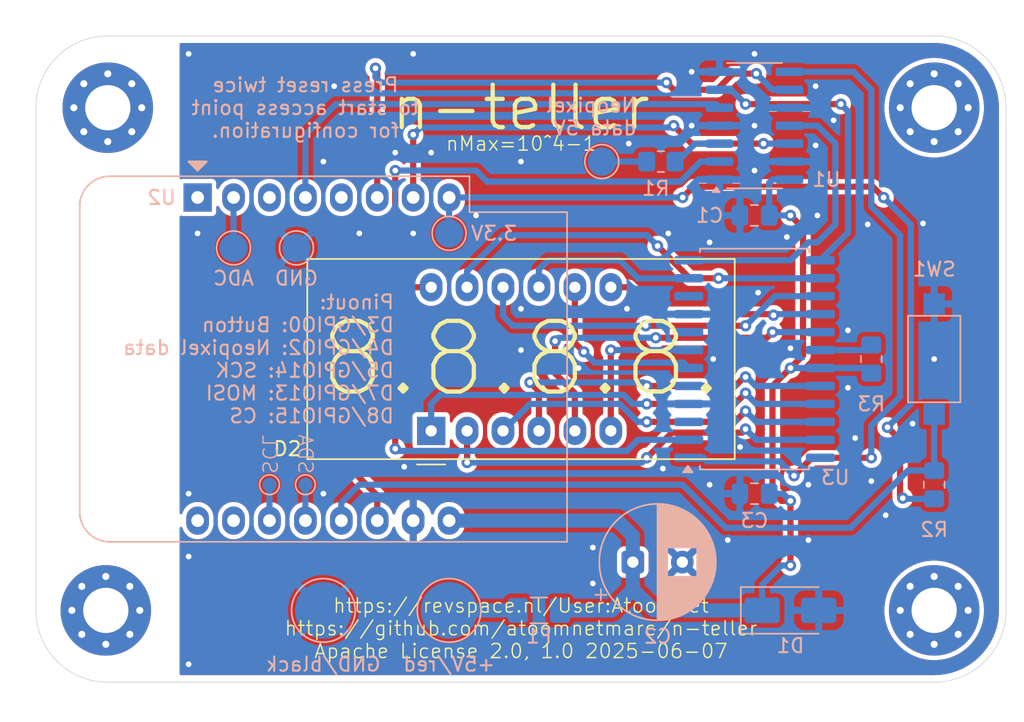
<source format=kicad_pcb>
(kicad_pcb (version 20241229) (generator "pcbnew") (generator_version "9.0")
  (title_block (title "n-teller") (date "2025-06-07") (rev "1.0") (company "https://github.com/atoomnetmarc/n-teller") (comment 1 "Apache License 2.0"))
  (layers (0 "F.Cu" signal) (2 "B.Cu" signal) (13 "F.Paste" user) (15 "B.Paste" user) (5 "F.SilkS" user "F.Silkscreen") (7 "B.SilkS" user "B.Silkscreen") (1 "F.Mask" user) (3 "B.Mask" user) (25 "Edge.Cuts" user))
  (net 0 "")
  (net 1 "GND")
  (net 2 "+5V")
  (net 3 "Net-(F1-Pad1)")
  (net 4 "+3.3V")
  (net 5 "DOUT_3V")
  (net 6 "/DOUT_5V")
  (net 7 "CS_3V")
  (net 8 "SCK_3V")
  (net 9 "MOSI_3V")
  (net 10 "CS_5V")
  (net 11 "SCK_5V")
  (net 12 "MOSI_5V")
  (net 13 "Net-(U3-ISET)")
  (net 55 "Net-(R1-Pad1)")
  (net 56 "Net-(U2-D3)")
  (net 62 "Net-(D2-f)")
  (net 63 "Net-(D2-CC4)")
  (net 64 "Net-(D2-b)")
  (net 65 "Net-(D2-e)")
  (net 66 "Net-(D2-CC3)")
  (net 67 "Net-(D2-CC1)")
  (net 68 "Net-(D2-c)")
  (net 69 "Net-(D2-CC2)")
  (net 70 "Net-(D2-DPX)")
  (net 71 "Net-(D2-d)")
  (net 72 "Net-(D2-g)")
  (net 73 "Net-(D2-a)")
  (net 74 "/ADC")
  (net 75 "/SCL")
  (net 76 "/SDA")
  (footprint "Display_7Segment-extra:3461" (layer "F.Cu") (at 83.82 53.34 90)
    (property "Reference" "D2" (at -1.27 -10.16 180) (layer "F.SilkS"))
    (property "Value" "3461AB 0.36\" 4-digit 7-segment display common cathode")
    (fp_text user "8.8.8.8." (at 5.08 6.35 0) (layer "F.SilkS") (effects (font (size 5 5) (thickness 0.3))))
    (pad "1" thru_hole rect (at 0 0 90) (size 2 2) (drill 0.8) (layers "*.Cu" "*.Mask") (net 65 "Net-(D2-e)"))
    (pad "2" thru_hole oval (at 0 2.54 90) (size 2 1.6) (drill 0.8) (layers "*.Cu" "*.Mask") (net 71 "Net-(D2-d)"))
    (pad "3" thru_hole oval (at 0 5.08 90) (size 2 1.6) (drill 0.8) (layers "*.Cu" "*.Mask") (net 70 "Net-(D2-DPX)"))
    (pad "4" thru_hole oval (at 0 7.62 90) (size 2 1.6) (drill 0.8) (layers "*.Cu" "*.Mask") (net 68 "Net-(D2-c)"))
    (pad "5" thru_hole oval (at 0 10.16 90) (size 2 1.6) (drill 0.8) (layers "*.Cu" "*.Mask") (net 72 "Net-(D2-g)"))
    (pad "6" thru_hole oval (at 0 12.7 90) (size 2 1.6) (drill 0.8) (layers "*.Cu" "*.Mask") (net 63 "Net-(D2-CC4)"))
    (pad "7" thru_hole oval (at 10.16 12.7 90) (size 2 1.6) (drill 0.8) (layers "*.Cu" "*.Mask") (net 64 "Net-(D2-b)"))
    (pad "8" thru_hole oval (at 10.16 10.16 90) (size 2 1.6) (drill 0.8) (layers "*.Cu" "*.Mask") (net 66 "Net-(D2-CC3)"))
    (pad "9" thru_hole oval (at 10.16 7.62 90) (size 2 1.6) (drill 0.8) (layers "*.Cu" "*.Mask") (net 69 "Net-(D2-CC2)"))
    (pad "10" thru_hole oval (at 10.16 5.08 90) (size 2 1.6) (drill 0.8) (layers "*.Cu" "*.Mask") (net 62 "Net-(D2-f)"))
    (pad "11" thru_hole oval (at 10.16 2.54 90) (size 2 1.6) (drill 0.8) (layers "*.Cu" "*.Mask") (net 73 "Net-(D2-a)"))
    (pad "12" thru_hole oval (at 10.16 0 90) (size 2 1.6) (drill 0.8) (layers "*.Cu" "*.Mask") (net 67 "Net-(D2-CC1)"))
  )
  (footprint "MountingHole:MountingHole_3.2mm_M3_Pad_Via" (layer "F.Cu") (at 60.96 30.48)
    (property "Reference" "H1" (hide yes))
    (property "Value" "MountingHole")
    (pad "1" thru_hole circle (at -2.4 0) (size 0.8 0.8) (drill 0.5) (layers "*.Cu" "*.Mask"))
    (pad "1" thru_hole circle (at -1.697056 -1.697056) (size 0.8 0.8) (drill 0.5) (layers "*.Cu" "*.Mask"))
    (pad "1" thru_hole circle (at -1.697056 1.697056) (size 0.8 0.8) (drill 0.5) (layers "*.Cu" "*.Mask"))
    (pad "1" thru_hole circle (at 0 -2.4) (size 0.8 0.8) (drill 0.5) (layers "*.Cu" "*.Mask"))
    (pad "1" thru_hole circle (at 0 0) (size 6.4 6.4) (drill 3.2) (layers "*.Cu" "*.Mask"))
    (pad "1" thru_hole circle (at 0 2.4) (size 0.8 0.8) (drill 0.5) (layers "*.Cu" "*.Mask"))
    (pad "1" thru_hole circle (at 1.697056 -1.697056) (size 0.8 0.8) (drill 0.5) (layers "*.Cu" "*.Mask"))
    (pad "1" thru_hole circle (at 1.697056 1.697056) (size 0.8 0.8) (drill 0.5) (layers "*.Cu" "*.Mask"))
    (pad "1" thru_hole circle (at 2.4 0) (size 0.8 0.8) (drill 0.5) (layers "*.Cu" "*.Mask"))
  )
  (footprint "MountingHole:MountingHole_3.2mm_M3_Pad_Via" (layer "F.Cu") (at 60.82 66.04)
    (property "Reference" "H2" (hide yes))
    (property "Value" "MountingHole")
    (pad "1" thru_hole circle (at -2.4 0) (size 0.8 0.8) (drill 0.5) (layers "*.Cu" "*.Mask"))
    (pad "1" thru_hole circle (at -1.697056 -1.697056) (size 0.8 0.8) (drill 0.5) (layers "*.Cu" "*.Mask"))
    (pad "1" thru_hole circle (at -1.697056 1.697056) (size 0.8 0.8) (drill 0.5) (layers "*.Cu" "*.Mask"))
    (pad "1" thru_hole circle (at 0 -2.4) (size 0.8 0.8) (drill 0.5) (layers "*.Cu" "*.Mask"))
    (pad "1" thru_hole circle (at 0 0) (size 6.4 6.4) (drill 3.2) (layers "*.Cu" "*.Mask"))
    (pad "1" thru_hole circle (at 0 2.4) (size 0.8 0.8) (drill 0.5) (layers "*.Cu" "*.Mask"))
    (pad "1" thru_hole circle (at 1.697056 -1.697056) (size 0.8 0.8) (drill 0.5) (layers "*.Cu" "*.Mask"))
    (pad "1" thru_hole circle (at 1.697056 1.697056) (size 0.8 0.8) (drill 0.5) (layers "*.Cu" "*.Mask"))
    (pad "1" thru_hole circle (at 2.4 0) (size 0.8 0.8) (drill 0.5) (layers "*.Cu" "*.Mask"))
  )
  (footprint "MountingHole:MountingHole_3.2mm_M3_Pad_Via" (layer "F.Cu") (at 119.38 30.48)
    (property "Reference" "H3" (hide yes))
    (property "Value" "MountingHole")
    (pad "1" thru_hole circle (at -2.4 0) (size 0.8 0.8) (drill 0.5) (layers "*.Cu" "*.Mask"))
    (pad "1" thru_hole circle (at -1.697056 -1.697056) (size 0.8 0.8) (drill 0.5) (layers "*.Cu" "*.Mask"))
    (pad "1" thru_hole circle (at -1.697056 1.697056) (size 0.8 0.8) (drill 0.5) (layers "*.Cu" "*.Mask"))
    (pad "1" thru_hole circle (at 0 -2.4) (size 0.8 0.8) (drill 0.5) (layers "*.Cu" "*.Mask"))
    (pad "1" thru_hole circle (at 0 0) (size 6.4 6.4) (drill 3.2) (layers "*.Cu" "*.Mask"))
    (pad "1" thru_hole circle (at 0 2.4) (size 0.8 0.8) (drill 0.5) (layers "*.Cu" "*.Mask"))
    (pad "1" thru_hole circle (at 1.697056 -1.697056) (size 0.8 0.8) (drill 0.5) (layers "*.Cu" "*.Mask"))
    (pad "1" thru_hole circle (at 1.697056 1.697056) (size 0.8 0.8) (drill 0.5) (layers "*.Cu" "*.Mask"))
    (pad "1" thru_hole circle (at 2.4 0) (size 0.8 0.8) (drill 0.5) (layers "*.Cu" "*.Mask"))
  )
  (footprint "MountingHole:MountingHole_3.2mm_M3_Pad_Via" (layer "F.Cu") (at 119.38 66.04)
    (property "Reference" "H4" (hide yes))
    (property "Value" "MountingHole")
    (pad "1" thru_hole circle (at -2.4 0) (size 0.8 0.8) (drill 0.5) (layers "*.Cu" "*.Mask"))
    (pad "1" thru_hole circle (at -1.697056 -1.697056) (size 0.8 0.8) (drill 0.5) (layers "*.Cu" "*.Mask"))
    (pad "1" thru_hole circle (at -1.697056 1.697056) (size 0.8 0.8) (drill 0.5) (layers "*.Cu" "*.Mask"))
    (pad "1" thru_hole circle (at 0 -2.4) (size 0.8 0.8) (drill 0.5) (layers "*.Cu" "*.Mask"))
    (pad "1" thru_hole circle (at 0 0) (size 6.4 6.4) (drill 3.2) (layers "*.Cu" "*.Mask"))
    (pad "1" thru_hole circle (at 0 2.4) (size 0.8 0.8) (drill 0.5) (layers "*.Cu" "*.Mask"))
    (pad "1" thru_hole circle (at 1.697056 -1.697056) (size 0.8 0.8) (drill 0.5) (layers "*.Cu" "*.Mask"))
    (pad "1" thru_hole circle (at 1.697056 1.697056) (size 0.8 0.8) (drill 0.5) (layers "*.Cu" "*.Mask"))
    (pad "1" thru_hole circle (at 2.4 0) (size 0.8 0.8) (drill 0.5) (layers "*.Cu" "*.Mask"))
  )
  (footprint "Capacitor_THT:CP_Radial_D8.0mm_P3.50mm" (layer "B.Cu") (at 98.075544 62.625)
    (property "Reference" "C2" (at 1.75 5.25 180) (layer "B.SilkS") (effects (justify mirror)))
    (property "Value" "16V 470uF")
    (pad "1" thru_hole roundrect (at 0 0) (size 1.6 1.6) (drill 0.8) (layers "*.Cu" "*.Mask") (roundrect_rratio 0.15625) (net 2 "+5V"))
    (pad "2" thru_hole circle (at 3.5 0) (size 1.6 1.6) (drill 0.8) (layers "*.Cu" "*.Mask") (net 1 "GND"))
  )
  (footprint "Resistor_SMD:R_0805_2012Metric_Pad1.20x1.40mm_HandSolder" (layer "B.Cu") (at 100.06 34.29 180)
    (property "Reference" "R1" (at 0.365 -1.905 0) (layer "B.SilkS") (effects (justify mirror)))
    (property "Value" "100R")
    (pad "1" smd roundrect (at -1 0 180) (size 1.2 1.4) (layers "B.Cu" "B.Mask" "B.Paste") (roundrect_rratio 0.208333) (net 55 "Net-(R1-Pad1)"))
    (pad "2" smd roundrect (at 1 0 180) (size 1.2 1.4) (layers "B.Cu" "B.Mask" "B.Paste") (roundrect_rratio 0.208333) (net 6 "/DOUT_5V"))
  )
  (footprint "TestPoint:TestPoint_Pad_D2.0mm" (layer "B.Cu") (at 69.85 40.4)
    (property "Reference" "TP4" (hide yes))
    (property "Value" "TestPoint")
    (pad "1" smd circle (at 0 0) (size 2 2) (layers "B.Cu" "B.Mask") (net 74 "/ADC"))
  )
  (footprint "TestPoint:TestPoint_Pad_D2.0mm" (layer "B.Cu") (at 95.885 34.29)
    (property "Reference" "TP3" (hide yes))
    (property "Value" "TestPoint")
    (pad "1" smd circle (at 0 0) (size 2 2) (layers "B.Cu" "B.Mask") (net 6 "/DOUT_5V"))
  )
  (footprint "TestPoint:TestPoint_Pad_D2.0mm" (layer "B.Cu") (at 85.09 39.37)
    (property "Reference" "TP5" (hide yes))
    (property "Value" "TestPoint")
    (pad "1" smd circle (at 0 0) (size 2 2) (layers "B.Cu" "B.Mask") (net 4 "+3.3V"))
  )
  (footprint "Diode_SMD:D_SMA" (layer "B.Cu") (at 109.22 66.04)
    (property "Reference" "D1" (at 0 2.5 0) (layer "B.SilkS") (effects (justify mirror)))
    (property "Value" "SS34")
    (pad "1" smd roundrect (at -2 0) (size 2.5 1.8) (layers "B.Cu" "B.Mask" "B.Paste") (roundrect_rratio 0.1388888889) (net 2 "+5V"))
    (pad "2" smd roundrect (at 2 0) (size 2.5 1.8) (layers "B.Cu" "B.Mask" "B.Paste") (roundrect_rratio 0.1388888889) (net 1 "GND"))
  )
  (footprint "Resistor_SMD:R_0805_2012Metric_Pad1.20x1.40mm_HandSolder" (layer "B.Cu") (at 114.935 48.26 90)
    (property "Reference" "R3" (at -3.175 0 180) (layer "B.SilkS") (effects (justify mirror)))
    (property "Value" "33K")
    (pad "1" smd roundrect (at -1 0 90) (size 1.2 1.4) (layers "B.Cu" "B.Mask" "B.Paste") (roundrect_rratio 0.208333) (net 2 "+5V"))
    (pad "2" smd roundrect (at 1 0 90) (size 1.2 1.4) (layers "B.Cu" "B.Mask" "B.Paste") (roundrect_rratio 0.208333) (net 13 "Net-(U3-ISET)"))
  )
  (footprint "Resistor_SMD:R_0805_2012Metric_Pad1.20x1.40mm_HandSolder" (layer "B.Cu") (at 119.38 57.15 -90)
    (property "Reference" "R2" (at 3.175 0 180) (layer "B.SilkS") (effects (justify mirror)))
    (property "Value" "10K")
    (pad "1" smd roundrect (at -1 0 270) (size 1.2 1.4) (layers "B.Cu" "B.Mask" "B.Paste") (roundrect_rratio 0.208333) (net 56 "Net-(U2-D3)"))
    (pad "2" smd roundrect (at 1 0 270) (size 1.2 1.4) (layers "B.Cu" "B.Mask" "B.Paste") (roundrect_rratio 0.208333) (net 4 "+3.3V"))
  )
  (footprint "TestPoint:TestPoint_Pad_D2.0mm" (layer "B.Cu") (at 74.295 40.4)
    (property "Reference" "TP6" (hide yes))
    (property "Value" "TestPoint")
    (pad "1" smd circle (at 0 0) (size 2 2) (layers "B.Cu" "B.Mask") (net 1 "GND"))
  )
  (footprint "RF_Module-fixed:WEMOS_D1_mini" (layer "B.Cu") (at 67.31 36.83 -90)
    (property "Reference" "U2" (at 0 2.54 180) (layer "B.SilkS") (effects (justify mirror)))
    (property "Value" "Wemos D1 mini usb-c with 2x 1x08 pin headers and sockets")
    (pad "1" thru_hole rect (at 0 0 270) (size 2 2) (drill 0.9) (layers "*.Cu" "*.Mask"))
    (pad "2" thru_hole oval (at 0 -2.54 270) (size 2 1.6) (drill 0.9) (layers "*.Cu" "*.Mask") (net 74 "/ADC"))
    (pad "3" thru_hole oval (at 0 -5.08 270) (size 2 1.6) (drill 0.9) (layers "*.Cu" "*.Mask"))
    (pad "4" thru_hole oval (at 0 -7.62 270) (size 2 1.6) (drill 0.9) (layers "*.Cu" "*.Mask") (net 8 "SCK_3V"))
    (pad "5" thru_hole oval (at 0 -10.16 270) (size 2 1.6) (drill 0.9) (layers "*.Cu" "*.Mask"))
    (pad "6" thru_hole oval (at 0 -12.7 270) (size 2 1.6) (drill 0.9) (layers "*.Cu" "*.Mask") (net 9 "MOSI_3V"))
    (pad "7" thru_hole oval (at 0 -15.24 270) (size 2 1.6) (drill 0.9) (layers "*.Cu" "*.Mask") (net 7 "CS_3V"))
    (pad "8" thru_hole oval (at 0 -17.78 270) (size 2 1.6) (drill 0.9) (layers "*.Cu" "*.Mask") (net 4 "+3.3V"))
    (pad "9" thru_hole oval (at 22.86 -17.78 270) (size 2 1.6) (drill 0.9) (layers "*.Cu" "*.Mask") (net 2 "+5V"))
    (pad "10" thru_hole oval (at 22.86 -15.24 270) (size 2 1.6) (drill 0.9) (layers "*.Cu" "*.Mask") (net 1 "GND"))
    (pad "11" thru_hole oval (at 22.86 -12.7 270) (size 2 1.6) (drill 0.9) (layers "*.Cu" "*.Mask") (net 5 "DOUT_3V"))
    (pad "12" thru_hole oval (at 22.86 -10.16 270) (size 2 1.6) (drill 0.9) (layers "*.Cu" "*.Mask") (net 56 "Net-(U2-D3)"))
    (pad "13" thru_hole oval (at 22.86 -7.62 270) (size 2 1.6) (drill 0.9) (layers "*.Cu" "*.Mask") (net 76 "/SDA"))
    (pad "14" thru_hole oval (at 22.86 -5.08 270) (size 2 1.6) (drill 0.9) (layers "*.Cu" "*.Mask") (net 75 "/SCL"))
    (pad "15" thru_hole oval (at 22.86 -2.54 270) (size 2 1.6) (drill 0.9) (layers "*.Cu" "*.Mask"))
    (pad "16" thru_hole oval (at 22.86 0 270) (size 2 1.6) (drill 0.9) (layers "*.Cu" "*.Mask"))
    (zone (net 0) (net_name "") (layers "F.Cu" "B.Cu" "Dwgs.User") (name "No Copper") (connect_pads (clearance 0)) (min_thickness 0.25)
      (keepout (tracks not_allowed) (vias not_allowed) (pads not_allowed) (copperpour not_allowed) (footprints not_allowed))
      (fill (thermal_gap 0.5) (thermal_bridge_width 0.5))
      (polygon (pts (xy 59.11 35.48) (xy 59.11 61.08) (xy 65.91 61.08) (xy 65.91 35.48)))
    )
  )
  (footprint "Capacitor_SMD:C_0805_2012Metric_Pad1.18x1.45mm_HandSolder" (layer "B.Cu") (at 106.68 57.785 180)
    (property "Reference" "C3" (at 0 -1.905 0) (layer "B.SilkS") (effects (justify mirror)))
    (property "Value" "100n")
    (pad "1" smd roundrect (at -1.0375 0 180) (size 1.175 1.45) (layers "B.Cu" "B.Mask" "B.Paste") (roundrect_rratio 0.212766) (net 2 "+5V"))
    (pad "2" smd roundrect (at 1.0375 0 180) (size 1.175 1.45) (layers "B.Cu" "B.Mask" "B.Paste") (roundrect_rratio 0.212766) (net 1 "GND"))
  )
  (footprint "TestPoint:TestPoint_Pad_D4.0mm" (layer "B.Cu") (at 85.09 66.04)
    (property "Reference" "TP1" (hide yes))
    (property "Value" "TestPoint")
    (pad "1" smd circle (at 0 0) (size 4 4) (layers "B.Cu" "B.Mask") (net 3 "Net-(F1-Pad1)"))
  )
  (footprint "Capacitor_SMD:C_0805_2012Metric_Pad1.18x1.45mm_HandSolder" (layer "B.Cu") (at 106.68 38.1 180)
    (property "Reference" "C1" (at 3.175 0 0) (layer "B.SilkS") (effects (justify mirror)))
    (property "Value" "100n")
    (pad "1" smd roundrect (at -1.0375 0 180) (size 1.175 1.45) (layers "B.Cu" "B.Mask" "B.Paste") (roundrect_rratio 0.212766) (net 2 "+5V"))
    (pad "2" smd roundrect (at 1.0375 0 180) (size 1.175 1.45) (layers "B.Cu" "B.Mask" "B.Paste") (roundrect_rratio 0.212766) (net 1 "GND"))
  )
  (footprint "TestPoint:TestPoint_Pad_D1.0mm" (layer "B.Cu") (at 72.39 57.15)
    (property "Reference" "TP7" (hide yes))
    (property "Value" "TestPoint")
    (pad "1" smd circle (at 0 0) (size 1 1) (layers "B.Cu" "B.Mask") (net 75 "/SCL"))
  )
  (footprint "Package_SO:SOIC-24W_7.5x15.4mm_P1.27mm" (layer "B.Cu") (at 106.68 48.26)
    (property "Reference" "U3" (at 5.715 8.382 0) (layer "B.SilkS") (effects (justify mirror)))
    (property "Value" "MAX7219CWG or MAX7219EWG")
    (pad "1" smd roundrect (at -4.65 6.985) (size 2.05 0.6) (layers "B.Cu" "B.Mask" "B.Paste") (net 12 "MOSI_5V"))
    (pad "2" smd roundrect (at -4.65 5.715) (size 2.05 0.6) (layers "B.Cu" "B.Mask" "B.Paste") (net 67 "Net-(D2-CC1)"))
    (pad "3" smd roundrect (at -4.65 4.445) (size 2.05 0.6) (layers "B.Cu" "B.Mask" "B.Paste"))
    (pad "4" smd roundrect (at -4.65 3.175) (size 2.05 0.6) (layers "B.Cu" "B.Mask" "B.Paste") (net 1 "GND"))
    (pad "5" smd roundrect (at -4.65 1.905) (size 2.05 0.6) (layers "B.Cu" "B.Mask" "B.Paste"))
    (pad "6" smd roundrect (at -4.65 0.635) (size 2.05 0.6) (layers "B.Cu" "B.Mask" "B.Paste") (net 66 "Net-(D2-CC3)"))
    (pad "7" smd roundrect (at -4.65 -0.635) (size 2.05 0.6) (layers "B.Cu" "B.Mask" "B.Paste") (net 63 "Net-(D2-CC4)"))
    (pad "8" smd roundrect (at -4.65 -1.905) (size 2.05 0.6) (layers "B.Cu" "B.Mask" "B.Paste"))
    (pad "9" smd roundrect (at -4.65 -3.175) (size 2.05 0.6) (layers "B.Cu" "B.Mask" "B.Paste") (net 1 "GND"))
    (pad "10" smd roundrect (at -4.65 -4.445) (size 2.05 0.6) (layers "B.Cu" "B.Mask" "B.Paste"))
    (pad "11" smd roundrect (at -4.65 -5.715) (size 2.05 0.6) (layers "B.Cu" "B.Mask" "B.Paste") (net 69 "Net-(D2-CC2)"))
    (pad "12" smd roundrect (at -4.65 -6.985) (size 2.05 0.6) (layers "B.Cu" "B.Mask" "B.Paste") (net 10 "CS_5V"))
    (pad "13" smd roundrect (at 4.65 -6.985) (size 2.05 0.6) (layers "B.Cu" "B.Mask" "B.Paste") (net 11 "SCK_5V"))
    (pad "14" smd roundrect (at 4.65 -5.715) (size 2.05 0.6) (layers "B.Cu" "B.Mask" "B.Paste") (net 73 "Net-(D2-a)"))
    (pad "15" smd roundrect (at 4.65 -4.445) (size 2.05 0.6) (layers "B.Cu" "B.Mask" "B.Paste") (net 62 "Net-(D2-f)"))
    (pad "16" smd roundrect (at 4.65 -3.175) (size 2.05 0.6) (layers "B.Cu" "B.Mask" "B.Paste") (net 64 "Net-(D2-b)"))
    (pad "17" smd roundrect (at 4.65 -1.905) (size 2.05 0.6) (layers "B.Cu" "B.Mask" "B.Paste") (net 72 "Net-(D2-g)"))
    (pad "18" smd roundrect (at 4.65 -0.635) (size 2.05 0.6) (layers "B.Cu" "B.Mask" "B.Paste") (net 13 "Net-(U3-ISET)"))
    (pad "19" smd roundrect (at 4.65 0.635) (size 2.05 0.6) (layers "B.Cu" "B.Mask" "B.Paste") (net 2 "+5V"))
    (pad "20" smd roundrect (at 4.65 1.905) (size 2.05 0.6) (layers "B.Cu" "B.Mask" "B.Paste") (net 68 "Net-(D2-c)"))
    (pad "21" smd roundrect (at 4.65 3.175) (size 2.05 0.6) (layers "B.Cu" "B.Mask" "B.Paste") (net 65 "Net-(D2-e)"))
    (pad "22" smd roundrect (at 4.65 4.445) (size 2.05 0.6) (layers "B.Cu" "B.Mask" "B.Paste") (net 70 "Net-(D2-DPX)"))
    (pad "23" smd roundrect (at 4.65 5.715) (size 2.05 0.6) (layers "B.Cu" "B.Mask" "B.Paste") (net 71 "Net-(D2-d)"))
    (pad "24" smd roundrect (at 4.65 6.985) (size 2.05 0.6) (layers "B.Cu" "B.Mask" "B.Paste"))
  )
  (footprint "TestPoint:TestPoint_Pad_D4.0mm" (layer "B.Cu") (at 76.2 66.04)
    (property "Reference" "TP2" (hide yes))
    (property "Value" "TestPoint")
    (pad "1" smd circle (at 0 0) (size 4 4) (layers "B.Cu" "B.Mask") (net 1 "GND"))
  )
  (footprint "TestPoint:TestPoint_Pad_D1.0mm" (layer "B.Cu") (at 74.93 57.15 90)
    (property "Reference" "TP8" (hide yes))
    (property "Value" "TestPoint")
    (pad "1" smd circle (at 0 0 90) (size 1 1) (layers "B.Cu" "B.Mask") (net 76 "/SDA"))
  )
  (footprint "Button_Switch_SMD:SW_SPST_CK_RS282G05A3" (layer "B.Cu") (at 119.38 48.26 -90)
    (property "Reference" "SW1" (at -6.35 0 180) (layer "B.SilkS") (effects (justify mirror)))
    (property "Value" "SW_Push")
    (pad "1" smd rect (at -3.9 0 270) (size 1.5 1.5) (layers "B.Cu" "B.Mask" "B.Paste") (net 1 "GND"))
    (pad "2" smd rect (at 3.9 0 270) (size 1.5 1.5) (layers "B.Cu" "B.Mask" "B.Paste") (net 56 "Net-(U2-D3)"))
  )
  (footprint "Package_SO:SOIC-14_3.9x8.7mm_P1.27mm" (layer "B.Cu") (at 106.68 31.75)
    (property "Reference" "U1" (at 5.08 3.81 0) (layer "B.SilkS") (effects (justify mirror)))
    (property "Value" "74AHCT125D")
    (pad "1" smd roundrect (at -2.475 3.81) (size 1.95 0.6) (layers "B.Cu" "B.Mask" "B.Paste") (net 1 "GND"))
    (pad "2" smd roundrect (at -2.475 2.54) (size 1.95 0.6) (layers "B.Cu" "B.Mask" "B.Paste") (net 5 "DOUT_3V"))
    (pad "3" smd roundrect (at -2.475 1.27) (size 1.95 0.6) (layers "B.Cu" "B.Mask" "B.Paste") (net 55 "Net-(R1-Pad1)"))
    (pad "4" smd roundrect (at -2.475 0) (size 1.95 0.6) (layers "B.Cu" "B.Mask" "B.Paste") (net 1 "GND"))
    (pad "5" smd roundrect (at -2.475 -1.27) (size 1.95 0.6) (layers "B.Cu" "B.Mask" "B.Paste") (net 8 "SCK_3V"))
    (pad "6" smd roundrect (at -2.475 -2.54) (size 1.95 0.6) (layers "B.Cu" "B.Mask" "B.Paste") (net 11 "SCK_5V"))
    (pad "7" smd roundrect (at -2.475 -3.81) (size 1.95 0.6) (layers "B.Cu" "B.Mask" "B.Paste") (net 1 "GND"))
    (pad "8" smd roundrect (at 2.475 -3.81) (size 1.95 0.6) (layers "B.Cu" "B.Mask" "B.Paste") (net 12 "MOSI_5V"))
    (pad "9" smd roundrect (at 2.475 -2.54) (size 1.95 0.6) (layers "B.Cu" "B.Mask" "B.Paste") (net 9 "MOSI_3V"))
    (pad "10" smd roundrect (at 2.475 -1.27) (size 1.95 0.6) (layers "B.Cu" "B.Mask" "B.Paste") (net 1 "GND"))
    (pad "11" smd roundrect (at 2.475 0) (size 1.95 0.6) (layers "B.Cu" "B.Mask" "B.Paste") (net 10 "CS_5V"))
    (pad "12" smd roundrect (at 2.475 1.27) (size 1.95 0.6) (layers "B.Cu" "B.Mask" "B.Paste") (net 7 "CS_3V"))
    (pad "13" smd roundrect (at 2.475 2.54) (size 1.95 0.6) (layers "B.Cu" "B.Mask" "B.Paste") (net 1 "GND"))
    (pad "14" smd roundrect (at 2.475 3.81) (size 1.95 0.6) (layers "B.Cu" "B.Mask" "B.Paste") (net 2 "+5V"))
  )
  (footprint "Fuse:Fuse_1206_3216Metric_Pad1.42x1.75mm_HandSolder" (layer "B.Cu") (at 91.44 66.04)
    (property "Reference" "F1" (at 0 1.83 180) (layer "B.SilkS") (effects (justify mirror)))
    (property "Value" "0.25A polyfuse")
    (pad "1" smd roundrect (at -1.4875 0) (size 1.425 1.75) (layers "B.Cu" "B.Mask" "B.Paste") (roundrect_rratio 0.175439) (net 3 "Net-(F1-Pad1)"))
    (pad "2" smd roundrect (at 1.4875 0) (size 1.425 1.75) (layers "B.Cu" "B.Mask" "B.Paste") (roundrect_rratio 0.175439) (net 2 "+5V"))
  )
  (gr_arc (start 55.88 30.48) (mid 57.367898 26.887898) (end 60.96 25.4) (stroke (width 0.05)) (layer "Edge.Cuts"))
  (gr_line (start 60.96 25.4) (end 119.38 25.4) (stroke (width 0.05)) (layer "Edge.Cuts"))
  (gr_line (start 124.46 30.48) (end 124.46 66.04) (stroke (width 0.05)) (layer "Edge.Cuts"))
  (gr_line (start 55.88 66.04) (end 55.88 30.48) (stroke (width 0.05)) (layer "Edge.Cuts"))
  (gr_arc (start 124.46 66.04) (mid 122.972102 69.632102) (end 119.38 71.12) (stroke (width 0.05)) (layer "Edge.Cuts"))
  (gr_arc (start 60.96 71.12) (mid 57.367898 69.632102) (end 55.88 66.04) (stroke (width 0.05)) (layer "Edge.Cuts"))
  (gr_line (start 119.38 71.12) (end 60.96 71.12) (stroke (width 0.05)) (layer "Edge.Cuts"))
  (gr_arc (start 119.38 25.4) (mid 122.972102 26.887898) (end 124.46 30.48) (stroke (width 0.05)) (layer "Edge.Cuts"))
  (gr_text "${TITLE}" (at 90.17 30.48 0) (layer "F.SilkS") (effects (font (size 3 3) (thickness 0.3))))
  (gr_text "https://revspace.nl/User:Atoomnet\n${COMPANY}\n${COMMENT1}, ${REVISION} ${ISSUE_DATE}" (at 90.17 67.31 0) (layer "F.SilkS") (effects (font (size 1 1) (thickness 0.1))))
  (gr_text "nMax=10^4-1" (at 90.17 33.02 0) (layer "F.SilkS") (effects (font (size 1 1) (thickness 0.1))))
  (gr_text "SDA" (at 74.93 56.45 270) (layer "B.SilkS") (effects (font (size 1 1) (thickness 0.1)) (justify left mirror)))
  (gr_text "GND/black" (at 76.2 69.85 0) (layer "B.SilkS") (effects (font (size 1 1)) (justify mirror)))
  (gr_text "GND" (at 74.295 42.545 0) (layer "B.SilkS") (effects (font (size 1 1)) (justify mirror)))
  (gr_text "3.3V" (at 88.265 39.37 0) (layer "B.SilkS") (effects (font (size 1 1)) (justify mirror)))
  (gr_text "Neopixel\ndata 5V" (at 98.425 31.115 0) (layer "B.SilkS") (effects (font (size 1 1)) (justify left mirror)))
  (gr_text "+5V/red" (at 85.09 69.85 0) (layer "B.SilkS") (effects (font (size 1 1)) (justify mirror)))
  (gr_text "ADC" (at 69.85 42.545 0) (layer "B.SilkS") (effects (font (size 1 1)) (justify mirror)))
  (gr_text "Pinout:\nD3/GPIO0: Button\nD4/GPIO2: Neopixel data\nD5/GPIO14: SCK\nD7/GPIO13: MOSI\nD8/GPIO15: CS" (at 81.28 48.26 0) (layer "B.SilkS") (effects (font (size 1 1)) (justify left mirror)))
  (gr_text "SCL" (at 72.39 56.45 270) (layer "B.SilkS") (effects (font (size 1 1) (thickness 0.1)) (justify left mirror)))
  (gr_text "Press reset twice\nto start access point\nfor configuration." (at 74.93 30.48 0) (layer "B.SilkS") (effects (font (size 1 1)) (justify mirror)))
  (via (at 105.664 54.483) (size 0.8) (drill 0.4) (layers "F.Cu" "B.Cu") (net 1))
  (via (at 66.675 62.23) (size 0.8) (drill 0.4) (layers "F.Cu" "B.Cu") (net 1))
  (via (at 104.791027 61.068) (size 0.8) (drill 0.4) (layers "F.Cu" "B.Cu") (net 1))
  (via (at 67.31 39.37) (size 0.8) (drill 0.4) (layers "F.Cu" "B.Cu") (net 1))
  (via (at 117.856 52.832) (size 0.8) (drill 0.4) (layers "F.Cu" "B.Cu") (net 1))
  (via (at 66.675 69.85) (size 0.8) (drill 0.4) (layers "F.Cu" "B.Cu") (net 1))
  (via (at 103.505 57.15) (size 0.8) (drill 0.4) (layers "F.Cu" "B.Cu") (net 1))
  (via (at 110.49 57.15) (size 0.8) (drill 0.4) (layers "F.Cu" "B.Cu") (net 1))
  (via (at 81.915 55.88) (size 0.8) (drill 0.4) (layers "F.Cu" "B.Cu") (net 1))
  (via (at 113.284 46.228) (size 0.8) (drill 0.4) (layers "F.Cu" "B.Cu") (net 1))
  (via (at 118.594202 38.66275) (size 0.8) (drill 0.4) (layers "F.Cu" "B.Cu") (net 1))
  (via (at 103.759 48.26) (size 0.8) (drill 0.4) (layers "F.Cu" "B.Cu") (net 1))
  (via (at 110.998 28.956) (size 0.8) (drill 0.4) (layers "F.Cu" "B.Cu") (net 1))
  (via (at 76.2 34.29) (size 0.8) (drill 0.4) (layers "F.Cu" "B.Cu") (net 1))
  (via (at 78.74 39.37) (size 0.8) (drill 0.4) (layers "F.Cu" "B.Cu") (net 1))
  (via (at 106.934 43.561) (size 0.8) (drill 0.4) (layers "F.Cu" "B.Cu") (net 1))
  (via (at 95.25 61.595) (size 0.8) (drill 0.4) (layers "F.Cu" "B.Cu") (net 1))
  (via (at 90.17 47.625) (size 0.8) (drill 0.4) (layers "F.Cu" "B.Cu") (net 1))
  (via (at 102.235 31.75) (size 0.8) (drill 0.4) (layers "F.Cu" "B.Cu") (net 1))
  (via (at 111.123798 38.1) (size 0.8) (drill 0.4) (layers "F.Cu" "B.Cu") (net 1))
  (via (at 114.935 56.896) (size 0.8) (drill 0.4) (layers "F.Cu" "B.Cu") (net 1))
  (via (at 90.17 34.29) (size 0.8) (drill 0.4) (layers "F.Cu" "B.Cu") (net 1))
  (via (at 66.675 57.785) (size 0.8) (drill 0.4) (layers "F.Cu" "B.Cu") (net 1))
  (via (at 100.203 56.007) (size 0.8) (drill 0.4) (layers "F.Cu" "B.Cu") (net 1))
  (via (at 82.55 26.67) (size 0.8) (drill 0.4) (layers "F.Cu" "B.Cu") (net 1))
  (via (at 81.28 33.655) (size 0.8) (drill 0.4) (layers "F.Cu" "B.Cu") (net 1))
  (via (at 108.966 39.624) (size 0.8) (drill 0.4) (layers "F.Cu" "B.Cu") (net 1))
  (via (at 90.17 44.704) (size 0.8) (drill 0.4) (layers "F.Cu" "B.Cu") (net 1))
  (via (at 76.962 28.956) (size 0.8) (drill 0.4) (layers "F.Cu" "B.Cu") (net 1))
  (via (at 86.995 38.1) (size 0.8) (drill 0.4) (layers "F.Cu" "B.Cu") (net 1))
  (via (at 76.2 57.785) (size 0.8) (drill 0.4) (layers "F.Cu" "B.Cu") (net 1))
  (via (at 95.25 64.135) (size 0.8) (drill 0.4) (layers "F.Cu" "B.Cu") (net 1))
  (via (at 109.22 47.498) (size 0.8) (drill 0.4) (layers "F.Cu" "B.Cu") (net 1))
  (via (at 113.792 53.848) (size 0.8) (drill 0.4) (layers "F.Cu" "B.Cu") (net 1))
  (via (at 110.998 33.147) (size 0.8) (drill 0.4) (layers "F.Cu" "B.Cu") (net 1))
  (via (at 106.68 34.925) (size 0.8) (drill 0.4) (layers "F.Cu" "B.Cu") (net 1))
  (via (at 110.49 61.068) (size 0.8) (drill 0.4) (layers "F.Cu" "B.Cu") (net 1))
  (via (at 100.584 39.37) (size 0.8) (drill 0.4) (layers "F.Cu" "B.Cu") (net 1))
  (via (at 66.675 26.67) (size 0.8) (drill 0.4) (layers "F.Cu" "B.Cu") (net 1))
  (via (at 106.68 26.67) (size 0.8) (drill 0.4) (layers "F.Cu" "B.Cu") (net 1))
  (via (at 113.284 50.292) (size 0.8) (drill 0.4) (layers "F.Cu" "B.Cu") (net 1))
  (via (at 102.235 27.94) (size 0.8) (drill 0.4) (layers "F.Cu" "B.Cu") (net 1))
  (via (at 83.82 33.655) (size 0.8) (drill 0.4) (layers "F.Cu" "B.Cu") (net 1))
  (via (at 97.663 44.704) (size 0.8) (drill 0.4) (layers "F.Cu" "B.Cu") (net 1))
  (via (at 97.79 33.02) (size 0.8) (drill 0.4) (layers "F.Cu" "B.Cu") (net 1))
  (via (at 119.38 48.26) (size 0.8) (drill 0.4) (layers "F.Cu" "B.Cu") (net 1))
  (via (at 103.505 40.005) (size 0.8) (drill 0.4) (layers "F.Cu" "B.Cu") (net 1))
  (via (at 94.234 48.895) (size 0.8) (drill 0.4) (layers "F.Cu" "B.Cu") (net 1))
  (via (at 106.68 31.75) (size 0.8) (drill 0.4) (layers "F.Cu" "B.Cu") (net 1))
  (via (at 112.268 31.369) (size 0.8) (drill 0.4) (layers "F.Cu" "B.Cu") (net 1))
  (via (at 115.951 59.309) (size 0.8) (drill 0.4) (layers "F.Cu" "B.Cu") (net 1))
  (via (at 82.55 39.37) (size 0.8) (drill 0.4) (layers "F.Cu" "B.Cu") (net 1))
  (via (at 114.681 38.735) (size 0.8) (drill 0.4) (layers "F.Cu" "B.Cu") (net 1))
  (segment (start 109.22 48.895) (end 110.109 48.006) (width 0.44) (layer "F.Cu") (net 2))
  (segment (start 110.109 38.989) (end 109.22 38.1) (width 0.44) (layer "F.Cu") (net 2))
  (segment (start 108.585 58.293) (end 109.22 58.293) (width 0.44) (layer "F.Cu") (net 2))
  (segment (start 109.22 48.895) (end 107.95 50.165) (width 0.44) (layer "F.Cu") (net 2))
  (segment (start 110.109 48.006) (end 110.109 38.989) (width 0.44) (layer "F.Cu") (net 2))
  (segment (start 109.22 62.865) (end 109.22 58.293) (width 0.44) (layer "F.Cu") (net 2))
  (segment (start 107.95 57.658) (end 108.585 58.293) (width 0.44) (layer "F.Cu") (net 2))
  (segment (start 107.95 50.165) (end 107.95 57.658) (width 0.44) (layer "F.Cu") (net 2))
  (via (at 109.22 58.293) (size 0.8) (drill 0.4) (layers "F.Cu" "B.Cu") (net 2))
  (via (at 109.22 38.1) (size 0.8) (drill 0.4) (layers "F.Cu" "B.Cu") (net 2))
  (via (at 109.22 48.895) (size 0.8) (drill 0.4) (layers "F.Cu" "B.Cu") (net 2))
  (via (at 109.22 62.865) (size 0.8) (drill 0.4) (layers "F.Cu" "B.Cu") (net 2))
  (segment (start 107.22 66.04) (end 99.562268 66.04) (width 1) (layer "B.Cu") (net 2))
  (segment (start 99.562268 66.04) (end 98.075544 64.553276) (width 1) (layer "B.Cu") (net 2))
  (segment (start 108.585 62.865) (end 107.22 64.23) (width 0.44) (layer "B.Cu") (net 2))
  (segment (start 109.22 48.895) (end 111.33 48.895) (width 0.44) (layer "B.Cu") (net 2))
  (segment (start 108.712 57.785) (end 109.22 58.293) (width 0.44) (layer "B.Cu") (net 2))
  (segment (start 92.9275 66.04) (end 96.58882 66.04) (width 1) (layer "B.Cu") (net 2))
  (segment (start 107.7175 38.1) (end 107.7175 35.7925) (width 0.44) (layer "B.Cu") (net 2))
  (segment (start 98.075544 64.553276) (end 98.075544 62.625) (width 1) (layer "B.Cu") (net 2))
  (segment (start 98.075544 60.769448) (end 98.075544 62.625) (width 1) (layer "B.Cu") (net 2))
  (segment (start 96.58882 66.04) (end 98.075544 64.553276) (width 1) (layer "B.Cu") (net 2))
  (segment (start 107.22 64.23) (end 107.22 66.04) (width 0.44) (layer "B.Cu") (net 2))
  (segment (start 109.22 62.865) (end 108.585 62.865) (width 0.44) (layer "B.Cu") (net 2))
  (segment (start 114.57 48.895) (end 114.935 49.26) (width 0.44) (layer "B.Cu") (net 2))
  (segment (start 111.33 48.895) (end 114.57 48.895) (width 0.44) (layer "B.Cu") (net 2))
  (segment (start 96.996096 59.69) (end 98.075544 60.769448) (width 1) (layer "B.Cu") (net 2))
  (segment (start 85.09 59.69) (end 96.996096 59.69) (width 1) (layer "B.Cu") (net 2))
  (segment (start 107.7175 35.7925) (end 107.95 35.56) (width 0.44) (layer "B.Cu") (net 2))
  (segment (start 107.7175 57.785) (end 108.712 57.785) (width 0.44) (layer "B.Cu") (net 2))
  (segment (start 109.22 38.1) (end 107.7175 38.1) (width 0.44) (layer "B.Cu") (net 2))
  (segment (start 107.95 35.56) (end 109.155 35.56) (width 0.44) (layer "B.Cu") (net 2))
  (segment (start 85.09 66.04) (end 89.9525 66.04) (width 1) (layer "B.Cu") (net 3))
  (segment (start 102.362 36.068) (end 101.6 36.83) (width 0.44) (layer "F.Cu") (net 4))
  (segment (start 116.967 53.975) (end 116.078 53.086) (width 0.44) (layer "F.Cu") (net 4))
  (segment (start 115.805 36.83) (end 115.043 36.068) (width 0.44) (layer "F.Cu") (net 4))
  (segment (start 115.043 36.068) (end 102.362 36.068) (width 0.44) (layer "F.Cu") (net 4))
  (segment (start 117.1575 58.1025) (end 116.967 57.912) (width 0.44) (layer "F.Cu") (net 4))
  (segment (start 116.967 57.912) (end 116.967 53.975) (width 0.44) (layer "F.Cu") (net 4))
  (via (at 101.6 36.83) (size 0.8) (drill 0.4) (layers "F.Cu" "B.Cu") (net 4))
  (via (at 116.078 53.086) (size 0.8) (drill 0.4) (layers "F.Cu" "B.Cu") (net 4))
  (via (at 117.1575 58.1025) (size 0.8) (drill 0.4) (layers "F.Cu" "B.Cu") (net 4))
  (via (at 115.805 36.83) (size 0.8) (drill 0.4) (layers "F.Cu" "B.Cu") (net 4))
  (segment (start 117.729 38.754) (end 117.729 51.435) (width 0.44) (layer "B.Cu") (net 4))
  (segment (start 117.205 58.15) (end 117.1575 58.1025) (width 0.44) (layer "B.Cu") (net 4))
  (segment (start 119.38 58.15) (end 117.205 58.15) (width 0.44) (layer "B.Cu") (net 4))
  (segment (start 115.805 36.83) (end 117.729 38.754) (width 0.44) (layer "B.Cu") (net 4))
  (segment (start 117.729 51.435) (end 116.078 53.086) (width 0.44) (layer "B.Cu") (net 4))
  (segment (start 85.09 36.83) (end 101.6 36.83) (width 0.44) (layer "B.Cu") (net 4))
  (segment (start 85.09 36.83) (end 85.09 39.37) (width 0.44) (layer "B.Cu") (net 4))
  (segment (start 81.28 34.925) (end 81.28 39.37) (width 0.44) (layer "F.Cu") (net 5))
  (segment (start 78.74 41.91) (end 78.74 56.642) (width 0.44) (layer "F.Cu") (net 5))
  (segment (start 80.01 57.912) (end 80.01 59.69) (width 0.44) (layer "F.Cu") (net 5))
  (segment (start 78.74 56.642) (end 80.01 57.912) (width 0.44) (layer "F.Cu") (net 5))
  (segment (start 81.28 39.37) (end 78.74 41.91) (width 0.44) (layer "F.Cu") (net 5))
  (via (at 81.28 34.925) (size 0.8) (drill 0.4) (layers "F.Cu" "B.Cu") (net 5))
  (segment (start 101.449 35.711) (end 87.781 35.711) (width 0.44) (layer "B.Cu") (net 5))
  (segment (start 104.205 34.29) (end 102.87 34.29) (width 0.44) (layer "B.Cu") (net 5))
  (segment (start 86.995 34.925) (end 81.28 34.925) (width 0.44) (layer "B.Cu") (net 5))
  (segment (start 102.87 34.29) (end 101.449 35.711) (width 0.44) (layer "B.Cu") (net 5))
  (segment (start 87.781 35.711) (end 86.995 34.925) (width 0.44) (layer "B.Cu") (net 5))
  (segment (start 95.885 34.29) (end 99.06 34.29) (width 0.44) (layer "B.Cu") (net 6))
  (segment (start 102.235 33.02) (end 100.965 31.75) (width 0.44) (layer "F.Cu") (net 7))
  (segment (start 82.55 36.83) (end 82.55 32.385) (width 0.44) (layer "F.Cu") (net 7))
  (segment (start 107.315 33.02) (end 102.235 33.02) (width 0.44) (layer "F.Cu") (net 7))
  (via (at 107.315 33.02) (size 0.8) (drill 0.4) (layers "F.Cu" "B.Cu") (net 7))
  (via (at 100.965 31.75) (size 0.8) (drill 0.4) (layers "F.Cu" "B.Cu") (net 7))
  (via (at 82.55 32.385) (size 0.8) (drill 0.4) (layers "F.Cu" "B.Cu") (net 7))
  (segment (start 107.315 33.02) (end 109.155 33.02) (width 0.44) (layer "B.Cu") (net 7))
  (segment (start 100.965 31.75) (end 100.838 31.877) (width 0.44) (layer "B.Cu") (net 7))
  (segment (start 100.838 31.877) (end 83.058 31.877) (width 0.44) (layer "B.Cu") (net 7))
  (segment (start 83.058 31.877) (end 82.55 32.385) (width 0.44) (layer "B.Cu") (net 7))
  (segment (start 103.951 30.226) (end 77.089 30.226) (width 0.44) (layer "B.Cu") (net 8))
  (segment (start 104.205 30.48) (end 103.951 30.226) (width 0.44) (layer "B.Cu") (net 8))
  (segment (start 77.089 30.226) (end 74.93 32.385) (width 0.44) (layer "B.Cu") (net 8))
  (segment (start 74.93 32.385) (end 74.93 36.83) (width 0.44) (layer "B.Cu") (net 8))
  (segment (start 104.013 29.21) (end 100.965 29.21) (width 0.44) (layer "F.Cu") (net 9))
  (segment (start 80.01 27.813) (end 79.883 27.686) (width 0.44) (layer "F.Cu") (net 9))
  (segment (start 80.01 36.83) (end 80.01 27.813) (width 0.44) (layer "F.Cu") (net 9))
  (segment (start 106.807 28.067) (end 105.156 28.067) (width 0.44) (layer "F.Cu") (net 9))
  (segment (start 100.965 29.21) (end 100.457 28.702) (width 0.44) (layer "F.Cu") (net 9))
  (segment (start 105.156 28.067) (end 104.013 29.21) (width 0.44) (layer "F.Cu") (net 9))
  (via (at 106.807 28.067) (size 0.8) (drill 0.4) (layers "F.Cu" "B.Cu") (net 9))
  (via (at 100.457 28.702) (size 0.8) (drill 0.4) (layers "F.Cu" "B.Cu") (net 9))
  (via (at 79.883 27.686) (size 0.8) (drill 0.4) (layers "F.Cu" "B.Cu") (net 9))
  (segment (start 109.155 29.21) (end 107.95 29.21) (width 0.44) (layer "B.Cu") (net 9))
  (segment (start 100.457 28.702) (end 80.264 28.702) (width 0.44) (layer "B.Cu") (net 9))
  (segment (start 80.264 28.702) (end 79.883 28.321) (width 0.44) (layer "B.Cu") (net 9))
  (segment (start 79.883 28.321) (end 79.883 27.686) (width 0.44) (layer "B.Cu") (net 9))
  (segment (start 107.95 29.21) (end 106.807 28.067) (width 0.44) (layer "B.Cu") (net 9))
  (segment (start 111.125 40.005) (end 112.395 38.735) (width 0.44) (layer "B.Cu") (net 10))
  (segment (start 112.395 33.02) (end 111.125 31.75) (width 0.44) (layer "B.Cu") (net 10))
  (segment (start 110.49 40.005) (end 111.125 40.005) (width 0.44) (layer "B.Cu") (net 10))
  (segment (start 102.03 41.275) (end 109.22 41.275) (width 0.44) (layer "B.Cu") (net 10))
  (segment (start 111.125 31.75) (end 109.155 31.75) (width 0.44) (layer "B.Cu") (net 10))
  (segment (start 109.22 41.275) (end 110.49 40.005) (width 0.44) (layer "B.Cu") (net 10))
  (segment (start 112.395 38.735) (end 112.395 33.02) (width 0.44) (layer "B.Cu") (net 10))
  (segment (start 106.045 30.226) (end 112.776 30.226) (width 0.44) (layer "F.Cu") (net 11))
  (via (at 106.045 30.226) (size 0.8) (drill 0.4) (layers "F.Cu" "B.Cu") (net 11))
  (via (at 112.776 30.226) (size 0.8) (drill 0.4) (layers "F.Cu" "B.Cu") (net 11))
  (segment (start 111.33 41.275) (end 113.284 39.321) (width 0.44) (layer "B.Cu") (net 11))
  (segment (start 113.284 39.321) (end 113.284 30.734) (width 0.44) (layer "B.Cu") (net 11))
  (segment (start 104.205 29.21) (end 105.029 29.21) (width 0.44) (layer "B.Cu") (net 11))
  (segment (start 113.284 30.734) (end 112.776 30.226) (width 0.44) (layer "B.Cu") (net 11))
  (segment (start 105.029 29.21) (end 106.045 30.226) (width 0.44) (layer "B.Cu") (net 11))
  (segment (start 110.744 55.245) (end 109.474 56.515) (width 0.44) (layer "F.Cu") (net 12))
  (segment (start 114.935 55.245) (end 110.744 55.245) (width 0.44) (layer "F.Cu") (net 12))
  (via (at 114.935 55.245) (size 0.8) (drill 0.4) (layers "F.Cu" "B.Cu") (net 12))
  (via (at 109.474 56.515) (size 0.8) (drill 0.4) (layers "F.Cu" "B.Cu") (net 12))
  (segment (start 103.308999 55.499) (end 108.458 55.499) (width 0.44) (layer "B.Cu") (net 12))
  (segment (start 116.967 39.497) (end 116.967 50.927) (width 0.44) (layer "B.Cu") (net 12))
  (segment (start 108.458 55.499) (end 109.474 56.515) (width 0.44) (layer "B.Cu") (net 12))
  (segment (start 116.967 50.927) (end 114.935 52.959) (width 0.44) (layer "B.Cu") (net 12))
  (segment (start 113.665 27.94) (end 114.935 29.21) (width 0.44) (layer "B.Cu") (net 12))
  (segment (start 114.935 52.959) (end 114.935 55.245) (width 0.44) (layer "B.Cu") (net 12))
  (segment (start 114.935 37.465) (end 116.967 39.497) (width 0.44) (layer "B.Cu") (net 12))
  (segment (start 114.935 29.21) (end 114.935 37.465) (width 0.44) (layer "B.Cu") (net 12))
  (segment (start 102.03 55.245) (end 103.054999 55.245) (width 0.44) (layer "B.Cu") (net 12))
  (segment (start 109.155 27.94) (end 113.665 27.94) (width 0.44) (layer "B.Cu") (net 12))
  (segment (start 103.054999 55.245) (end 103.308999 55.499) (width 0.44) (layer "B.Cu") (net 12))
  (segment (start 111.33 47.625) (end 114.57 47.625) (width 0.44) (layer "B.Cu") (net 13))
  (segment (start 114.57 47.625) (end 114.935 47.26) (width 0.44) (layer "B.Cu") (net 13))
  (segment (start 101.06 34.29) (end 101.219 34.29) (width 0.44) (layer "B.Cu") (net 55))
  (segment (start 101.219 34.29) (end 102.489 33.02) (width 0.44) (layer "B.Cu") (net 55))
  (segment (start 102.489 33.02) (end 104.205 33.02) (width 0.44) (layer "B.Cu") (net 55))
  (segment (start 101.6 57.15) (end 104.648 60.198) (width 0.44) (layer "B.Cu") (net 56))
  (segment (start 78.74 57.15) (end 101.6 57.15) (width 0.44) (layer "B.Cu") (net 56))
  (segment (start 113.4745 60.198) (end 117.5225 56.15) (width 0.44) (layer "B.Cu") (net 56))
  (segment (start 77.47 58.42) (end 78.74 57.15) (width 0.44) (layer "B.Cu") (net 56))
  (segment (start 119.38 52.16) (end 119.38 56.15) (width 0.44) (layer "B.Cu") (net 56))
  (segment (start 104.648 60.198) (end 113.4745 60.198) (width 0.44) (layer "B.Cu") (net 56))
  (segment (start 77.47 59.69) (end 77.47 58.42) (width 0.44) (layer "B.Cu") (net 56))
  (segment (start 117.5225 56.15) (end 119.38 56.15) (width 0.44) (layer "B.Cu") (net 56))
  (segment (start 106.045 45.905) (end 98.987891 45.905) (width 0.44) (layer "F.Cu") (net 62))
  (via (at 98.987891 45.905) (size 0.8) (drill 0.4) (layers "F.Cu" "B.Cu") (net 62))
  (via (at 106.045 45.905) (size 0.8) (drill 0.4) (layers "F.Cu" "B.Cu") (net 62))
  (segment (start 88.9 45.212) (end 88.9 43.18) (width 0.44) (layer "B.Cu") (net 62))
  (segment (start 108.135 43.815) (end 106.045 45.905) (width 0.44) (layer "B.Cu") (net 62))
  (segment (start 89.594 45.906) (end 88.9 45.212) (width 0.44) (layer "B.Cu") (net 62))
  (segment (start 98.987891 45.905) (end 98.986891 45.906) (width 0.44) (layer "B.Cu") (net 62))
  (segment (start 111.33 43.815) (end 108.135 43.815) (width 0.44) (layer "B.Cu") (net 62))
  (segment (start 98.986891 45.906) (end 89.594 45.906) (width 0.44) (layer "B.Cu") (net 62))
  (segment (start 96.52 47.625) (end 96.52 53.34) (width 0.44) (layer "F.Cu") (net 63))
  (via (at 96.52 47.625) (size 0.8) (drill 0.4) (layers "F.Cu" "B.Cu") (net 63))
  (segment (start 102.03 47.625) (end 96.52 47.625) (width 0.44) (layer "B.Cu") (net 63))
  (segment (start 99.695 45.085) (end 97.79 43.18) (width 0.44) (layer "F.Cu") (net 64))
  (segment (start 107.95 45.085) (end 99.695 45.085) (width 0.44) (layer "F.Cu") (net 64))
  (segment (start 108.022683 45.157683) (end 107.95 45.085) (width 0.44) (layer "F.Cu") (net 64))
  (segment (start 97.79 43.18) (end 96.52 43.18) (width 0.44) (layer "F.Cu") (net 64))
  (via (at 108.022683 45.157683) (size 0.8) (drill 0.4) (layers "F.Cu" "B.Cu") (net 64))
  (segment (start 108.095366 45.085) (end 108.022683 45.157683) (width 0.44) (layer "B.Cu") (net 64))
  (segment (start 111.33 45.085) (end 108.095366 45.085) (width 0.44) (layer "B.Cu") (net 64))
  (segment (start 105.283 51.435) (end 106.045 50.673) (width 0.44) (layer "F.Cu") (net 65))
  (segment (start 99.06 51.435) (end 105.283 51.435) (width 0.44) (layer "F.Cu") (net 65))
  (via (at 99.06 51.435) (size 0.8) (drill 0.4) (layers "F.Cu" "B.Cu") (net 65))
  (via (at 106.045 50.673) (size 0.8) (drill 0.4) (layers "F.Cu" "B.Cu") (net 65))
  (segment (start 98.070974 51.435) (end 99.06 51.435) (width 0.44) (layer "B.Cu") (net 65))
  (segment (start 106.807 51.435) (end 106.045 50.673) (width 0.44) (layer "B.Cu") (net 65))
  (segment (start 111.33 51.435) (end 106.807 51.435) (width 0.44) (layer "B.Cu") (net 65))
  (segment (start 97.430975 50.795) (end 98.070974 51.435) (width 0.44) (layer "B.Cu") (net 65))
  (segment (start 83.82 51.435) (end 83.82 53.34) (width 0.44) (layer "B.Cu") (net 65))
  (segment (start 83.82 51.435) (end 84.46 50.795) (width 0.44) (layer "B.Cu") (net 65))
  (segment (start 84.46 50.795) (end 97.430975 50.795) (width 0.44) (layer "B.Cu") (net 65))
  (segment (start 93.98 47.117) (end 94.615 47.752) (width 0.44) (layer "F.Cu") (net 66))
  (segment (start 93.98 43.18) (end 93.98 47.117) (width 0.44) (layer "F.Cu") (net 66))
  (via (at 94.615 47.752) (size 0.8) (drill 0.4) (layers "F.Cu" "B.Cu") (net 66))
  (segment (start 95.377 48.514) (end 94.615 47.752) (width 0.44) (layer "B.Cu") (net 66))
  (segment (start 102.03 48.895) (end 101.649 48.514) (width 0.44) (layer "B.Cu") (net 66))
  (segment (start 101.649 48.514) (end 95.377 48.514) (width 0.44) (layer "B.Cu") (net 66))
  (segment (start 82.55 43.18) (end 83.82 43.18) (width 0.44) (layer "F.Cu") (net 67))
  (segment (start 81.28 54.61) (end 81.28 44.45) (width 0.44) (layer "F.Cu") (net 67))
  (segment (start 81.28 44.45) (end 82.55 43.18) (width 0.44) (layer "F.Cu") (net 67))
  (via (at 81.28 54.61) (size 0.8) (drill 0.4) (layers "F.Cu" "B.Cu") (net 67))
  (segment (start 97.649878 54.761) (end 81.431 54.761) (width 0.44) (layer "B.Cu") (net 67))
  (segment (start 102.03 53.975) (end 98.435878 53.975) (width 0.44) (layer "B.Cu") (net 67))
  (segment (start 81.431 54.761) (end 81.28 54.61) (width 0.44) (layer "B.Cu") (net 67))
  (segment (start 98.435878 53.975) (end 97.649878 54.761) (width 0.44) (layer "B.Cu") (net 67))
  (segment (start 91.44 53.34) (end 91.44 50.546) (width 0.44) (layer "F.Cu") (net 68))
  (segment (start 105.322634 50.165) (end 105.957634 49.53) (width 0.44) (layer "F.Cu") (net 68))
  (segment (start 105.957634 49.53) (end 106.045 49.53) (width 0.44) (layer "F.Cu") (net 68))
  (segment (start 99.06 50.165) (end 105.322634 50.165) (width 0.44) (layer "F.Cu") (net 68))
  (segment (start 91.44 50.546) (end 90.805 49.911) (width 0.44) (layer "F.Cu") (net 68))
  (via (at 99.06 50.165) (size 0.8) (drill 0.4) (layers "F.Cu" "B.Cu") (net 68))
  (via (at 106.045 49.53) (size 0.8) (drill 0.4) (layers "F.Cu" "B.Cu") (net 68))
  (via (at 90.805 49.911) (size 0.8) (drill 0.4) (layers "F.Cu" "B.Cu") (net 68))
  (segment (start 106.767366 50.165) (end 106.132366 49.53) (width 0.44) (layer "B.Cu") (net 68))
  (segment (start 98.806 49.911) (end 90.805 49.911) (width 0.44) (layer "B.Cu") (net 68))
  (segment (start 99.06 50.165) (end 98.806 49.911) (width 0.44) (layer "B.Cu") (net 68))
  (segment (start 111.33 50.165) (end 106.767366 50.165) (width 0.44) (layer "B.Cu") (net 68))
  (segment (start 106.132366 49.53) (end 106.045 49.53) (width 0.44) (layer "B.Cu") (net 68))
  (segment (start 91.44 41.91) (end 92.075 41.275) (width 0.44) (layer "B.Cu") (net 69))
  (segment (start 97.165171 41.275) (end 98.435171 42.545) (width 0.44) (layer "B.Cu") (net 69))
  (segment (start 92.075 41.275) (end 97.165171 41.275) (width 0.44) (layer "B.Cu") (net 69))
  (segment (start 98.435171 42.545) (end 102.03 42.545) (width 0.44) (layer "B.Cu") (net 69))
  (segment (start 91.44 41.91) (end 91.44 43.18) (width 0.44) (layer "B.Cu") (net 69))
  (segment (start 105.283 52.705) (end 106.045 51.943) (width 0.44) (layer "F.Cu") (net 70))
  (segment (start 99.06 52.705) (end 105.283 52.705) (width 0.44) (layer "F.Cu") (net 70))
  (via (at 106.045 51.943) (size 0.8) (drill 0.4) (layers "F.Cu" "B.Cu") (net 70))
  (via (at 99.06 52.705) (size 0.8) (drill 0.4) (layers "F.Cu" "B.Cu") (net 70))
  (segment (start 88.9 53.34) (end 90.805 51.435) (width 0.44) (layer "B.Cu") (net 70))
  (segment (start 90.805 51.435) (end 97.165878 51.435) (width 0.44) (layer "B.Cu") (net 70))
  (segment (start 106.807 52.705) (end 106.045 51.943) (width 0.44) (layer "B.Cu") (net 70))
  (segment (start 97.165878 51.435) (end 98.435878 52.705) (width 0.44) (layer "B.Cu") (net 70))
  (segment (start 98.435878 52.705) (end 99.06 52.705) (width 0.44) (layer "B.Cu") (net 70))
  (segment (start 111.33 52.705) (end 106.807 52.705) (width 0.44) (layer "B.Cu") (net 70))
  (segment (start 105.791 53.467) (end 106.045 53.213) (width 0.44) (layer "F.Cu") (net 71))
  (segment (start 86.36 55.581) (end 86.36 53.34) (width 0.44) (layer "F.Cu") (net 71))
  (segment (start 99.06 55.245) (end 100.838 53.467) (width 0.44) (layer "F.Cu") (net 71))
  (segment (start 100.838 53.467) (end 105.791 53.467) (width 0.44) (layer "F.Cu") (net 71))
  (via (at 86.36 55.581) (size 0.8) (drill 0.4) (layers "F.Cu" "B.Cu") (net 71))
  (via (at 106.045 53.213) (size 0.8) (drill 0.4) (layers "F.Cu" "B.Cu") (net 71))
  (via (at 99.06 55.245) (size 0.8) (drill 0.4) (layers "F.Cu" "B.Cu") (net 71))
  (segment (start 98.724 55.581) (end 99.06 55.245) (width 0.44) (layer "B.Cu") (net 71))
  (segment (start 111.33 53.975) (end 106.807 53.975) (width 0.44) (layer "B.Cu") (net 71))
  (segment (start 86.36 55.581) (end 98.724 55.581) (width 0.44) (layer "B.Cu") (net 71))
  (segment (start 106.807 53.975) (end 106.045 53.213) (width 0.44) (layer "B.Cu") (net 71))
  (segment (start 93.98 50.673) (end 92.583 49.276) (width 0.44) (layer "F.Cu") (net 72))
  (segment (start 107.55 46.755) (end 107.95 46.355) (width 0.44) (layer "F.Cu") (net 72))
  (segment (start 92.583 49.276) (end 92.583 46.99) (width 0.44) (layer "F.Cu") (net 72))
  (segment (start 99.695 46.755) (end 107.55 46.755) (width 0.44) (layer "F.Cu") (net 72))
  (segment (start 93.98 53.34) (end 93.98 50.673) (width 0.44) (layer "F.Cu") (net 72))
  (via (at 92.583 46.99) (size 0.8) (drill 0.4) (layers "F.Cu" "B.Cu") (net 72))
  (via (at 107.95 46.355) (size 0.8) (drill 0.4) (layers "F.Cu" "B.Cu") (net 72))
  (via (at 99.695 46.755) (size 0.8) (drill 0.4) (layers "F.Cu" "B.Cu") (net 72))
  (segment (start 99.695 46.755) (end 92.818 46.755) (width 0.44) (layer "B.Cu") (net 72))
  (segment (start 107.95 46.355) (end 111.33 46.355) (width 0.44) (layer "B.Cu") (net 72))
  (segment (start 92.818 46.755) (end 92.583 46.99) (width 0.44) (layer "B.Cu") (net 72))
  (segment (start 102.108 42.545) (end 99.822 40.259) (width 0.44) (layer "F.Cu") (net 73))
  (segment (start 104.14 42.545) (end 102.108 42.545) (width 0.44) (layer "F.Cu") (net 73))
  (via (at 99.822 40.259) (size 0.8) (drill 0.4) (layers "F.Cu" "B.Cu") (net 73))
  (via (at 104.14 42.545) (size 0.8) (drill 0.4) (layers "F.Cu" "B.Cu") (net 73))
  (segment (start 86.36 42.037) (end 88.9 39.497) (width 0.44) (layer "B.Cu") (net 73))
  (segment (start 86.36 43.18) (end 86.36 42.037) (width 0.44) (layer "B.Cu") (net 73))
  (segment (start 99.06 39.497) (end 99.822 40.259) (width 0.44) (layer "B.Cu") (net 73))
  (segment (start 88.9 39.497) (end 99.06 39.497) (width 0.44) (layer "B.Cu") (net 73))
  (segment (start 111.33 42.545) (end 104.14 42.545) (width 0.44) (layer "B.Cu") (net 73))
  (segment (start 69.85 36.83) (end 69.85 40.4) (width 0.44) (layer "B.Cu") (net 74))
  (segment (start 72.39 59.69) (end 72.39 57.15) (width 0.44) (layer "B.Cu") (net 75))
  (segment (start 74.93 59.69) (end 74.93 57.15) (width 0.44) (layer "B.Cu") (net 76))
  (zone (net 1) (net_name "GND") (layers "F.Cu" "B.Cu") (connect_pads (clearance 0.32)) (min_thickness 0.2) (fill yes (thermal_gap 0.5) (thermal_bridge_width 0.5))
    (polygon (pts (xy 54.61 24.13) (xy 125.73 24.13) (xy 125.73 72.39) (xy 54.61 72.39)))
  )
  (zone (net 0) (net_name "") (layers "F.Cu" "B.Cu") (connect_pads (clearance 0)) (min_thickness 0.25)
    (keepout (tracks not_allowed) (vias allowed) (pads allowed) (copperpour not_allowed) (footprints allowed))
    (fill (thermal_gap 0.5) (thermal_bridge_width 0.5))
    (polygon (pts (xy 66.04 22.86) (xy 66.04 73.66) (xy 53.34 73.66) (xy 53.34 22.86)))
  )
)
</source>
